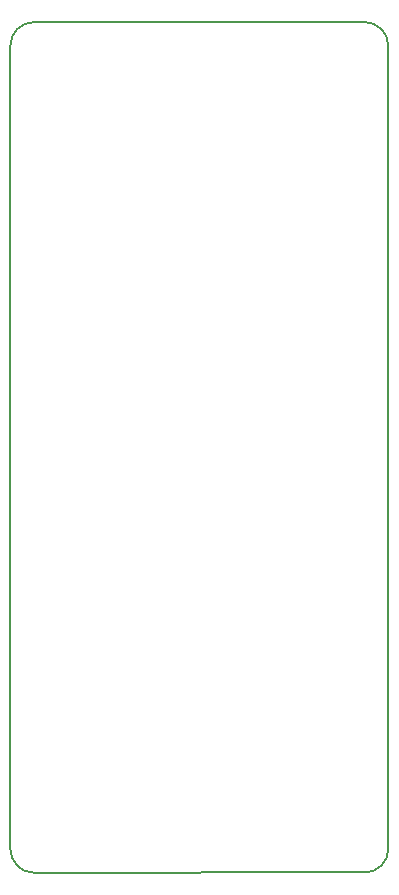
<source format=gm1>
G04 #@! TF.GenerationSoftware,KiCad,Pcbnew,5.0.2-bee76a0~70~ubuntu18.04.1*
G04 #@! TF.CreationDate,2019-01-08T13:34:53-05:00*
G04 #@! TF.ProjectId,samn_small,73616d6e-5f73-46d6-916c-6c2e6b696361,7*
G04 #@! TF.SameCoordinates,Original*
G04 #@! TF.FileFunction,Profile,NP*
%FSLAX46Y46*%
G04 Gerber Fmt 4.6, Leading zero omitted, Abs format (unit mm)*
G04 Created by KiCad (PCBNEW 5.0.2-bee76a0~70~ubuntu18.04.1) date Tue 08 Jan 2019 01:34:53 PM EST*
%MOMM*%
%LPD*%
G01*
G04 APERTURE LIST*
%ADD10C,0.150000*%
G04 APERTURE END LIST*
D10*
X36900000Y-90725156D02*
G75*
G02X34900000Y-88700000I0J2000156D01*
G01*
X36900000Y-90725156D02*
X64900000Y-90700000D01*
X34900000Y-20700000D02*
X34900000Y-88700000D01*
X64900000Y-18700000D02*
X36900000Y-18700000D01*
X66900000Y-88700000D02*
X66900000Y-20700000D01*
X64900000Y-18700000D02*
G75*
G02X66900000Y-20700000I0J-2000000D01*
G01*
X66900000Y-88700000D02*
G75*
G02X64900000Y-90700000I-2000000J0D01*
G01*
X34900000Y-20700000D02*
G75*
G02X36900000Y-18700000I2000000J0D01*
G01*
M02*

</source>
